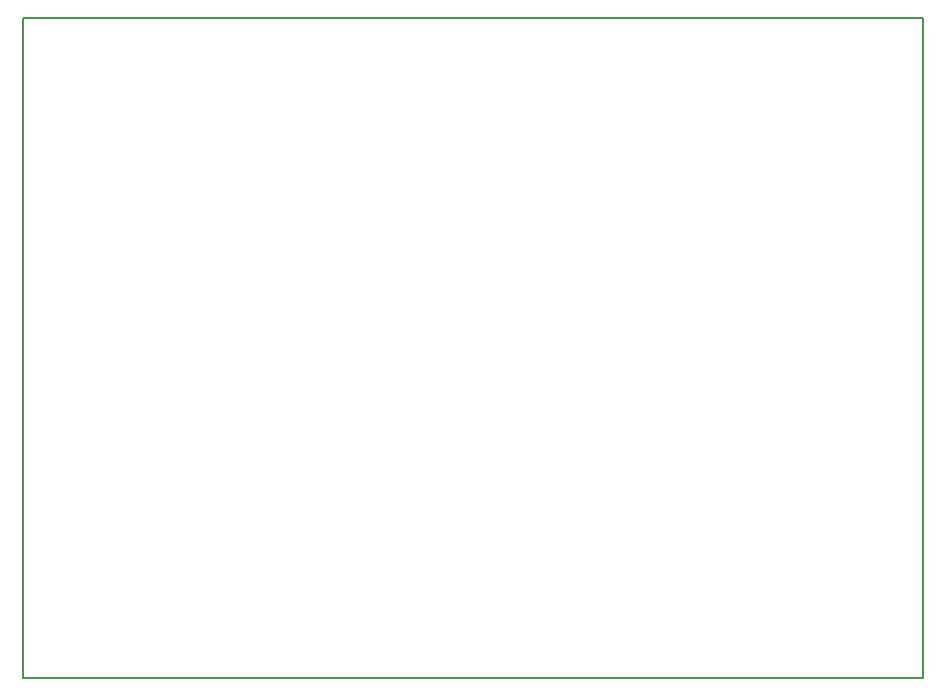
<source format=gko>
G04 #@! TF.GenerationSoftware,KiCad,Pcbnew,5.0.2+dfsg1-1*
G04 #@! TF.CreationDate,2019-07-29T21:30:37+02:00*
G04 #@! TF.ProjectId,Flags-Register,466c6167-732d-4526-9567-69737465722e,rev?*
G04 #@! TF.SameCoordinates,Original*
G04 #@! TF.FileFunction,Profile,NP*
%FSLAX46Y46*%
G04 Gerber Fmt 4.6, Leading zero omitted, Abs format (unit mm)*
G04 Created by KiCad (PCBNEW 5.0.2+dfsg1-1) date ma 29 jul 2019 21:30:37 CEST*
%MOMM*%
%LPD*%
G01*
G04 APERTURE LIST*
%ADD10C,0.150000*%
G04 APERTURE END LIST*
D10*
X39370000Y-95250000D02*
X39370000Y-39370000D01*
X115570000Y-95250000D02*
X39370000Y-95250000D01*
X115570000Y-39370000D02*
X115570000Y-95250000D01*
X39370000Y-39370000D02*
X115570000Y-39370000D01*
M02*

</source>
